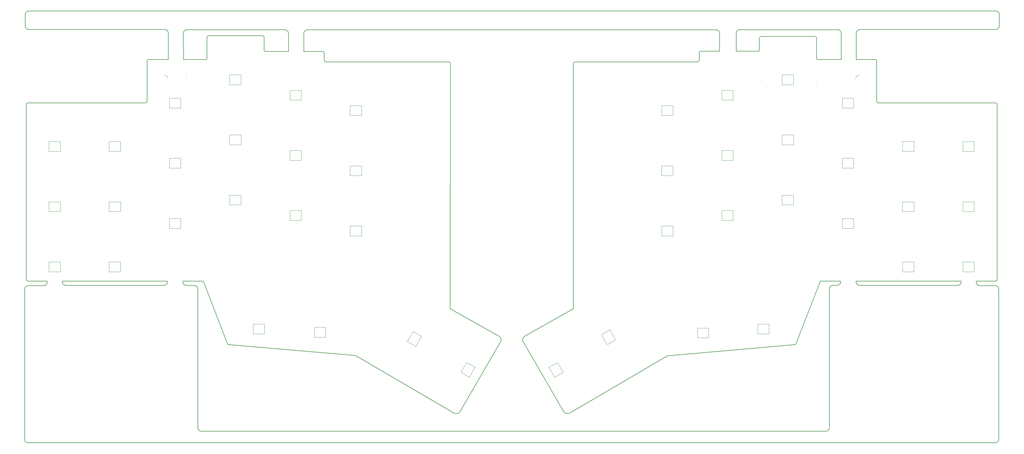
<source format=gm1>
G04 #@! TF.GenerationSoftware,KiCad,Pcbnew,(5.1.4-0-10_14)*
G04 #@! TF.CreationDate,2021-06-12T19:28:26+03:00*
G04 #@! TF.ProjectId,corne-cherry,636f726e-652d-4636-9865-7272792e6b69,3.0.1*
G04 #@! TF.SameCoordinates,Original*
G04 #@! TF.FileFunction,Profile,NP*
%FSLAX46Y46*%
G04 Gerber Fmt 4.6, Leading zero omitted, Abs format (unit mm)*
G04 Created by KiCad (PCBNEW (5.1.4-0-10_14)) date 2021-06-12 19:28:26*
%MOMM*%
%LPD*%
G04 APERTURE LIST*
%ADD10C,0.200000*%
%ADD11C,0.120000*%
G04 APERTURE END LIST*
D10*
X67043905Y-83166629D02*
X66927650Y-83080028D01*
X66927650Y-83080028D02*
X66778939Y-83028001D01*
X66778939Y-83028001D02*
X66690339Y-83020073D01*
X93897500Y-4800000D02*
X93902500Y-10530000D01*
X105188823Y-13280000D02*
X105218722Y-13450843D01*
X105218722Y-13450843D02*
X105289089Y-13580531D01*
X105289089Y-13580531D02*
X105389860Y-13680939D01*
X105389860Y-13680939D02*
X105520379Y-13751041D01*
X105520379Y-13751041D02*
X105688697Y-13780126D01*
X183704185Y-91780000D02*
X168357501Y-100530001D01*
X168357500Y-100530001D02*
G75*
G03X167857501Y-102029999I500000J-999999D01*
G01*
X182655417Y-124681084D02*
X182529477Y-124756716D01*
X182529477Y-124756716D02*
X182391414Y-124820605D01*
X182391414Y-124820605D02*
X182238687Y-124871193D01*
X182238687Y-124871193D02*
X182071847Y-124904931D01*
X182071847Y-124904931D02*
X181884793Y-124918041D01*
X181884793Y-124918041D02*
X181696832Y-124905724D01*
X181696832Y-124905724D02*
X181529099Y-124872703D01*
X181529099Y-124872703D02*
X181374682Y-124822565D01*
X181374682Y-124822565D02*
X181236310Y-124759589D01*
X181236310Y-124759589D02*
X181109237Y-124684193D01*
X181109237Y-124684193D02*
X180993574Y-124597802D01*
X180993574Y-124597802D02*
X180887822Y-124500006D01*
X180887822Y-124500006D02*
X180792698Y-124391573D01*
X180792698Y-124391573D02*
X180730396Y-124306226D01*
X180727300Y-124301612D02*
X167857501Y-102029999D01*
X213379500Y-106678000D02*
X182655417Y-124681084D01*
X160357500Y-100530001D02*
G75*
G02X160857499Y-102029999I-500000J-999999D01*
G01*
X144857500Y-91780000D02*
X160357499Y-100530001D01*
X261601095Y-83174629D02*
X253937500Y-102988000D01*
X115265500Y-106670000D02*
X115108185Y-106626571D01*
X115108185Y-106626571D02*
X114942674Y-106589456D01*
X114942674Y-106589456D02*
X114770355Y-106559848D01*
X114770355Y-106559848D02*
X114610944Y-106540460D01*
X74707500Y-102980000D02*
X74822597Y-103065852D01*
X74822597Y-103065852D02*
X74970966Y-103118139D01*
X74970966Y-103118139D02*
X75061065Y-103126298D01*
X105188823Y-13280000D02*
X105188823Y-11030000D01*
X144939288Y-14279873D02*
X144909512Y-14109629D01*
X144909512Y-14109629D02*
X144838473Y-13978866D01*
X144838473Y-13978866D02*
X144737705Y-13878776D01*
X144737705Y-13878776D02*
X144607303Y-13808927D01*
X144607303Y-13808927D02*
X144439405Y-13780000D01*
X144939288Y-14279873D02*
X144857500Y-91780000D01*
X55717500Y-83020309D02*
X22567500Y-83020309D01*
X11190372Y-27270174D02*
X11188596Y-82518930D01*
X48689119Y-26768525D02*
X11690499Y-26770301D01*
X85689263Y-5518292D02*
X68689060Y-5518292D01*
X86190406Y-10020126D02*
X86189642Y-6018671D01*
X104688444Y-10518729D02*
X98742500Y-10530000D01*
X115265500Y-106670000D02*
X146059583Y-124681084D01*
X49271118Y-13507634D02*
X49272130Y-26268651D01*
X67688559Y-13029873D02*
X60827500Y-13018729D01*
X68190456Y-6020194D02*
X68188680Y-12530000D01*
X144439405Y-13780000D02*
X105688697Y-13780126D01*
X11190372Y-82520200D02*
X11220358Y-82691029D01*
X11220358Y-82691029D02*
X11290790Y-82820683D01*
X11290790Y-82820683D02*
X11391009Y-82920590D01*
X11391009Y-82920590D02*
X11521083Y-82990687D01*
X11521083Y-82990687D02*
X11690494Y-83020073D01*
X11690494Y-83020073D02*
X11690499Y-83020073D01*
X11690499Y-26770301D02*
X11519649Y-26800200D01*
X11519649Y-26800200D02*
X11389810Y-26870679D01*
X11389810Y-26870679D02*
X11289552Y-26971337D01*
X11289552Y-26971337D02*
X11219579Y-27101494D01*
X11219579Y-27101494D02*
X11190372Y-27270169D01*
X11190372Y-27270169D02*
X11190372Y-27270174D01*
X48772008Y-26768525D02*
X48942852Y-26738617D01*
X48942852Y-26738617D02*
X49072690Y-26668136D01*
X49072690Y-26668136D02*
X49172947Y-26567479D01*
X49172947Y-26567479D02*
X49242885Y-26437409D01*
X49242885Y-26437409D02*
X49272130Y-26268651D01*
X49772003Y-13008777D02*
X49601221Y-13038743D01*
X49601221Y-13038743D02*
X49471448Y-13109245D01*
X49471448Y-13109245D02*
X49370740Y-13210574D01*
X49370740Y-13210574D02*
X49300801Y-13341467D01*
X49300801Y-13341467D02*
X49272130Y-13508651D01*
X67688559Y-13029873D02*
X67859403Y-12999965D01*
X67859403Y-12999965D02*
X67989240Y-12929484D01*
X67989240Y-12929484D02*
X68089497Y-12828827D01*
X68089497Y-12828827D02*
X68159435Y-12698757D01*
X68159435Y-12698757D02*
X68188680Y-12530000D01*
X68690330Y-5520068D02*
X68519493Y-5550054D01*
X68519493Y-5550054D02*
X68389690Y-5620598D01*
X68389690Y-5620598D02*
X68289485Y-5721306D01*
X68289485Y-5721306D02*
X68219448Y-5851859D01*
X68219448Y-5851859D02*
X68190456Y-6020189D01*
X86190406Y-6020194D02*
X86160695Y-5849883D01*
X86160695Y-5849883D02*
X86089680Y-5719055D01*
X86089680Y-5719055D02*
X85989363Y-5619247D01*
X85989363Y-5619247D02*
X85859292Y-5549305D01*
X85859292Y-5549305D02*
X85690533Y-5520068D01*
X85690533Y-19770068D02*
X85690533Y-19770068D01*
X86190406Y-10020126D02*
X86220305Y-10190969D01*
X86220305Y-10190969D02*
X86290672Y-10320657D01*
X86290672Y-10320657D02*
X86391443Y-10421065D01*
X86391443Y-10421065D02*
X86521962Y-10491167D01*
X86521962Y-10491167D02*
X86690280Y-10520252D01*
X105190351Y-11020126D02*
X105160572Y-10849882D01*
X105160572Y-10849882D02*
X105089535Y-10719121D01*
X105089535Y-10719121D02*
X104988771Y-10619032D01*
X104988771Y-10619032D02*
X104858372Y-10549181D01*
X104858372Y-10549181D02*
X104690478Y-10520252D01*
X147987700Y-124301612D02*
X160857499Y-102029999D01*
X146059583Y-124681084D02*
X146186001Y-124756974D01*
X146186001Y-124756974D02*
X146323578Y-124820605D01*
X146323578Y-124820605D02*
X146475791Y-124871055D01*
X146475791Y-124871055D02*
X146643927Y-124905039D01*
X146643927Y-124905039D02*
X146831764Y-124918044D01*
X146831764Y-124918044D02*
X147020736Y-124905376D01*
X147020736Y-124905376D02*
X147187905Y-124872176D01*
X147187905Y-124872176D02*
X147340309Y-124822565D01*
X147340309Y-124822565D02*
X147484248Y-124756660D01*
X147484248Y-124756660D02*
X147609483Y-124681691D01*
X147609483Y-124681691D02*
X147732865Y-124588170D01*
X147732865Y-124588170D02*
X147835829Y-124491032D01*
X147835829Y-124491032D02*
X147929274Y-124382656D01*
X147929274Y-124382656D02*
X147984604Y-124306226D01*
X75061065Y-103126298D02*
X114610944Y-106540460D01*
X67043905Y-83166629D02*
X74707500Y-102980000D01*
X86690528Y-10520252D02*
X93902500Y-10530000D01*
X49772003Y-13008777D02*
X55992500Y-13030000D01*
X11690499Y-83020073D02*
X17807500Y-83020309D01*
X66690339Y-83020073D02*
X60557500Y-83021073D01*
X261954661Y-83028073D02*
X268077500Y-83028073D01*
X316954501Y-83028073D02*
X310827500Y-83028073D01*
X278954616Y-13028252D02*
X273007500Y-13028252D01*
X241954472Y-10428252D02*
X235107500Y-10428252D01*
X253937500Y-102988000D02*
X253822394Y-103073852D01*
X253822394Y-103073852D02*
X253674213Y-103126105D01*
X253674213Y-103126105D02*
X253583935Y-103134298D01*
X253583935Y-103134298D02*
X214034056Y-106548460D01*
X197160396Y-114564226D02*
X197157300Y-114559612D01*
X223454649Y-13280126D02*
X223424721Y-13450774D01*
X223424721Y-13450774D02*
X223354110Y-13580757D01*
X223354110Y-13580757D02*
X223253104Y-13681189D01*
X223253104Y-13681189D02*
X223121769Y-13751383D01*
X223121769Y-13751383D02*
X222954527Y-13780000D01*
X223454649Y-10928126D02*
X223484614Y-10757344D01*
X223484614Y-10757344D02*
X223555116Y-10627571D01*
X223555116Y-10627571D02*
X223656445Y-10526863D01*
X223656445Y-10526863D02*
X223787338Y-10456924D01*
X223787338Y-10456924D02*
X223954522Y-10428252D01*
X241954720Y-22028252D02*
X241954472Y-22028252D01*
X242454346Y-9928126D02*
X242424439Y-10098969D01*
X242424439Y-10098969D02*
X242353958Y-10228807D01*
X242353958Y-10228807D02*
X242253302Y-10329065D01*
X242253302Y-10329065D02*
X242123231Y-10399005D01*
X242123231Y-10399005D02*
X241954472Y-10428252D01*
X242954467Y-19778068D02*
X242954467Y-19778068D01*
X242454594Y-6278194D02*
X242484493Y-6107344D01*
X242484493Y-6107344D02*
X242554972Y-5977505D01*
X242554972Y-5977505D02*
X242655630Y-5877247D01*
X242655630Y-5877247D02*
X242785789Y-5807274D01*
X242785789Y-5807274D02*
X242954467Y-5778068D01*
X260454544Y-20278189D02*
X260454544Y-20278194D01*
X259954670Y-5778068D02*
X260125499Y-5808054D01*
X260125499Y-5808054D02*
X260255153Y-5878485D01*
X260255153Y-5878485D02*
X260355060Y-5978704D01*
X260355060Y-5978704D02*
X260425157Y-6108779D01*
X260425157Y-6108779D02*
X260454544Y-6278189D01*
X260454544Y-21528379D02*
X260454544Y-21528126D01*
X260954665Y-13028252D02*
X260784352Y-12998539D01*
X260784352Y-12998539D02*
X260653526Y-12927524D01*
X260653526Y-12927524D02*
X260553383Y-12826754D01*
X260553383Y-12826754D02*
X260483491Y-12696326D01*
X260483491Y-12696326D02*
X260454544Y-12528379D01*
X278954616Y-13028252D02*
X279125389Y-13058218D01*
X279125389Y-13058218D02*
X279255013Y-13128607D01*
X279255013Y-13128607D02*
X279354916Y-13228772D01*
X279354916Y-13228772D02*
X279425424Y-13359862D01*
X279425424Y-13359862D02*
X279454489Y-13528126D01*
X279454489Y-26278427D02*
X279454489Y-26278179D01*
X279955881Y-26776525D02*
X279785568Y-26746812D01*
X279785568Y-26746812D02*
X279654742Y-26675797D01*
X279654742Y-26675797D02*
X279554599Y-26575027D01*
X279554599Y-26575027D02*
X279484707Y-26444599D01*
X279484707Y-26444599D02*
X279455759Y-26276651D01*
X317454628Y-27278169D02*
X317454628Y-27278174D01*
X316954501Y-26778301D02*
X317125344Y-26808200D01*
X317125344Y-26808200D02*
X317255032Y-26878566D01*
X317255032Y-26878566D02*
X317355440Y-26979337D01*
X317355440Y-26979337D02*
X317425543Y-27109854D01*
X317425543Y-27109854D02*
X317454628Y-27278169D01*
X316954506Y-83028073D02*
X316954501Y-83028073D01*
X317454628Y-82528200D02*
X317424700Y-82698849D01*
X317424700Y-82698849D02*
X317354088Y-82828833D01*
X317354088Y-82828833D02*
X317253082Y-82929264D01*
X317253082Y-82929264D02*
X317121746Y-82999458D01*
X317121746Y-82999458D02*
X316954506Y-83028073D01*
X261601095Y-83174629D02*
X261715496Y-83089029D01*
X261715496Y-83089029D02*
X261863416Y-83036484D01*
X261863416Y-83036484D02*
X261954661Y-83028073D01*
X184205595Y-13778224D02*
X222954527Y-13780000D01*
X260456320Y-6276671D02*
X260454544Y-12528379D01*
X260956699Y-13026729D02*
X268207500Y-13026729D01*
X279455501Y-13527109D02*
X279455759Y-26276651D01*
X223956556Y-10426729D02*
X229907500Y-10380000D01*
X242454346Y-9928126D02*
X242455358Y-6276671D01*
X242955737Y-5776292D02*
X259955940Y-5776292D01*
X279955881Y-26776525D02*
X316954501Y-26778301D01*
X317454628Y-27278174D02*
X317456404Y-82526930D01*
X272927500Y-83027309D02*
X306077500Y-83027309D01*
X183705712Y-14278097D02*
X183704185Y-91780000D01*
X183705712Y-14278097D02*
X183735674Y-14107315D01*
X183735674Y-14107315D02*
X183806178Y-13977540D01*
X183806178Y-13977540D02*
X183907511Y-13876831D01*
X183907511Y-13876831D02*
X184038409Y-13806894D01*
X184038409Y-13806894D02*
X184205595Y-13778224D01*
X223456177Y-13225707D02*
X223454649Y-10928126D01*
X213379500Y-106678000D02*
X213536810Y-106634571D01*
X213536810Y-106634571D02*
X213702322Y-106597456D01*
X213702322Y-106597456D02*
X213874639Y-106567848D01*
X213874639Y-106567848D02*
X214034056Y-106548460D01*
X22562500Y-83253000D02*
X22586000Y-83476000D01*
X22562500Y-83247000D02*
X22562500Y-83253000D01*
X22567500Y-83020309D02*
X22562500Y-83247000D01*
X17788600Y-83488000D02*
X17787700Y-83493000D01*
X17789600Y-83484000D02*
X17788600Y-83488000D01*
X17789600Y-83483000D02*
X17789600Y-83484000D01*
X17789600Y-83483000D02*
X17789600Y-83483000D01*
X17789600Y-83483000D02*
X17789600Y-83483000D01*
X17812300Y-83252000D02*
X17789600Y-83483000D01*
X17812300Y-83252000D02*
X17812300Y-83252000D01*
X17812500Y-83250000D02*
X17812300Y-83252000D01*
X17807500Y-83020309D02*
X17812500Y-83250000D01*
X10687500Y-85625000D02*
X10687500Y-133007000D01*
X317944500Y-85608000D02*
X317945500Y-132996000D01*
X65820700Y-130255000D02*
X66016600Y-130359000D01*
X229592500Y-3999000D02*
X229420500Y-3858700D01*
X229420500Y-3858700D02*
X229224500Y-3754500D01*
X317614500Y-133800000D02*
X317754500Y-133628000D01*
X312052500Y-84476000D02*
X311821500Y-84453000D01*
X60737500Y-4800000D02*
X60827500Y-13018729D01*
X60759400Y-4576600D02*
X60737500Y-4800000D01*
X60823600Y-4364100D02*
X60759400Y-4576600D01*
X60927800Y-4168200D02*
X60823600Y-4364100D01*
X61068000Y-3996200D02*
X60927800Y-4168200D01*
X61239100Y-3854700D02*
X61068000Y-3996200D01*
X61434300Y-3749100D02*
X61239100Y-3854700D01*
X61646300Y-3683500D02*
X61434300Y-3749100D01*
X61869400Y-3660000D02*
X61646300Y-3683500D01*
X61700200Y-17985000D02*
X61694400Y-17985000D01*
X92747600Y-3660000D02*
X61875200Y-3660000D01*
X92970900Y-3681900D02*
X92747600Y-3660000D01*
X93183400Y-3746100D02*
X92970900Y-3681900D01*
X93379300Y-3850300D02*
X93183400Y-3746100D01*
X93551300Y-3990600D02*
X93379300Y-3850300D01*
X93692800Y-4161600D02*
X93551300Y-3990600D01*
X93798400Y-4356800D02*
X93692800Y-4161600D01*
X93864000Y-4568800D02*
X93798400Y-4356800D01*
X93897500Y-4800000D02*
X93864000Y-4568800D01*
X235095500Y-4791000D02*
X235107500Y-10428252D01*
X235116500Y-4567600D02*
X235095500Y-4791000D01*
X235181500Y-4355100D02*
X235116500Y-4567600D01*
X235285500Y-4159200D02*
X235181500Y-4355100D01*
X235425500Y-3987200D02*
X235285500Y-4159200D01*
X235596500Y-3845700D02*
X235425500Y-3987200D01*
X235791500Y-3740100D02*
X235596500Y-3845700D01*
X236003500Y-3674500D02*
X235791500Y-3740100D01*
X236226500Y-3651000D02*
X236003500Y-3674500D01*
X236232500Y-3651000D02*
X236226500Y-3651000D01*
X267105500Y-3651000D02*
X236232500Y-3651000D01*
X267328500Y-3672900D02*
X267105500Y-3651000D01*
X267540500Y-3737100D02*
X267328500Y-3672900D01*
X267736500Y-3841300D02*
X267540500Y-3737100D01*
X267908500Y-3981600D02*
X267736500Y-3841300D01*
X268050500Y-4152600D02*
X267908500Y-3981600D01*
X268155500Y-4347800D02*
X268050500Y-4152600D01*
X268221500Y-4559800D02*
X268155500Y-4347800D01*
X268244500Y-4782900D02*
X268221500Y-4559800D01*
X268069500Y-19113700D02*
X268069500Y-19107900D01*
X268207500Y-13026729D02*
X268244500Y-4788700D01*
X55712500Y-83245000D02*
X55717500Y-83020309D01*
X55690600Y-83468000D02*
X55712500Y-83245000D01*
X55626400Y-83681000D02*
X55690600Y-83468000D01*
X55522200Y-83877000D02*
X55626400Y-83681000D01*
X55382000Y-84049000D02*
X55522200Y-83877000D01*
X55210900Y-84190000D02*
X55382000Y-84049000D01*
X55015700Y-84296000D02*
X55210900Y-84190000D01*
X54803700Y-84362000D02*
X55015700Y-84296000D01*
X54580600Y-84385000D02*
X54803700Y-84362000D01*
X54574800Y-84385000D02*
X54580600Y-84385000D01*
X23702400Y-84385000D02*
X54574800Y-84385000D01*
X23479100Y-84363000D02*
X23702400Y-84385000D01*
X23266600Y-84299000D02*
X23479100Y-84363000D01*
X23070700Y-84195000D02*
X23266600Y-84299000D01*
X22898600Y-84054000D02*
X23070700Y-84195000D01*
X22757200Y-83883000D02*
X22898600Y-84054000D01*
X22651600Y-83688000D02*
X22757200Y-83883000D01*
X22586000Y-83476000D02*
X22651600Y-83688000D01*
X306069500Y-83236000D02*
X306077500Y-83027309D01*
X306048500Y-83459000D02*
X306069500Y-83236000D01*
X305983500Y-83672000D02*
X306048500Y-83459000D01*
X305879500Y-83868000D02*
X305983500Y-83672000D01*
X305739500Y-84040000D02*
X305879500Y-83868000D01*
X305568500Y-84181000D02*
X305739500Y-84040000D01*
X305373500Y-84287000D02*
X305568500Y-84181000D01*
X305161500Y-84353000D02*
X305373500Y-84287000D01*
X304938500Y-84376000D02*
X305161500Y-84353000D01*
X304932500Y-84376000D02*
X304938500Y-84376000D01*
X274059500Y-84376000D02*
X304932500Y-84376000D01*
X273836500Y-84354000D02*
X274059500Y-84376000D01*
X273624500Y-84290000D02*
X273836500Y-84354000D01*
X273428500Y-84186000D02*
X273624500Y-84290000D01*
X273256500Y-84045000D02*
X273428500Y-84186000D01*
X273114500Y-83874000D02*
X273256500Y-84045000D01*
X273009500Y-83679000D02*
X273114500Y-83874000D01*
X272943500Y-83467000D02*
X273009500Y-83679000D01*
X272920500Y-83244000D02*
X272943500Y-83467000D01*
X272920500Y-83238000D02*
X272920500Y-83244000D01*
X272927500Y-83027309D02*
X272920500Y-83238000D01*
X98737500Y-4800000D02*
X98742500Y-10530000D01*
X98759500Y-4576600D02*
X98737500Y-4800000D01*
X98823500Y-4364100D02*
X98759500Y-4576600D01*
X98927500Y-4168200D02*
X98823500Y-4364100D01*
X99068500Y-3996200D02*
X98927500Y-4168200D01*
X99239500Y-3854700D02*
X99068500Y-3996200D01*
X99434500Y-3749100D02*
X99239500Y-3854700D01*
X99646500Y-3683500D02*
X99434500Y-3749100D01*
X99869500Y-3660000D02*
X99646500Y-3683500D01*
X228789500Y-3668400D02*
X99875500Y-3660000D01*
X229012500Y-3690300D02*
X228789500Y-3668400D01*
X229224500Y-3754500D02*
X229012500Y-3690300D01*
X229734500Y-4170000D02*
X229592500Y-3999000D01*
X229839500Y-4365200D02*
X229734500Y-4170000D01*
X229905500Y-4577200D02*
X229839500Y-4365200D01*
X229928500Y-4800300D02*
X229905500Y-4577200D01*
X230069500Y-19113700D02*
X230069500Y-19107900D01*
X229907500Y-10380000D02*
X229899500Y-4788700D01*
X268070500Y-83236000D02*
X268077500Y-83028073D01*
X268048500Y-83459000D02*
X268070500Y-83236000D01*
X267983500Y-83672000D02*
X268048500Y-83459000D01*
X267879500Y-83868000D02*
X267983500Y-83672000D01*
X267739500Y-84040000D02*
X267879500Y-83868000D01*
X267568500Y-84181000D02*
X267739500Y-84040000D01*
X267373500Y-84287000D02*
X267568500Y-84181000D01*
X267161500Y-84353000D02*
X267373500Y-84287000D01*
X266938500Y-84376000D02*
X267161500Y-84353000D01*
X266932500Y-84376000D02*
X266938500Y-84376000D01*
X265742500Y-84376000D02*
X266932500Y-84376000D01*
X265742500Y-84376000D02*
X265742500Y-84376000D01*
X265736500Y-84376000D02*
X265742500Y-84376000D01*
X265734500Y-84376000D02*
X265736500Y-84376000D01*
X265732500Y-84376000D02*
X265734500Y-84376000D01*
X265731500Y-84376000D02*
X265732500Y-84376000D01*
X265500500Y-84401000D02*
X265731500Y-84376000D01*
X265496500Y-84401000D02*
X265500500Y-84401000D01*
X265492500Y-84402000D02*
X265496500Y-84401000D01*
X265491500Y-84403000D02*
X265492500Y-84402000D01*
X265491500Y-84403000D02*
X265491500Y-84403000D01*
X265270500Y-84471000D02*
X265491500Y-84403000D01*
X265265500Y-84473000D02*
X265270500Y-84471000D01*
X265261500Y-84474000D02*
X265265500Y-84473000D01*
X265261500Y-84475000D02*
X265261500Y-84474000D01*
X265261500Y-84475000D02*
X265261500Y-84475000D01*
X265261500Y-84475000D02*
X265261500Y-84475000D01*
X265057500Y-84585000D02*
X265261500Y-84475000D01*
X265053500Y-84588000D02*
X265057500Y-84585000D01*
X265049500Y-84590000D02*
X265053500Y-84588000D01*
X265049500Y-84591000D02*
X265049500Y-84590000D01*
X264870500Y-84738000D02*
X265049500Y-84591000D01*
X264867500Y-84741000D02*
X264870500Y-84738000D01*
X264864500Y-84745000D02*
X264867500Y-84741000D01*
X264863500Y-84745000D02*
X264864500Y-84745000D01*
X264717500Y-84925000D02*
X264863500Y-84745000D01*
X264714500Y-84929000D02*
X264717500Y-84925000D01*
X264712500Y-84932000D02*
X264714500Y-84929000D01*
X264711500Y-84933000D02*
X264712500Y-84932000D01*
X264711500Y-84933000D02*
X264711500Y-84933000D01*
X264711500Y-84933000D02*
X264711500Y-84933000D01*
X264602500Y-85138000D02*
X264711500Y-84933000D01*
X264601500Y-85142000D02*
X264602500Y-85138000D01*
X264599500Y-85146000D02*
X264601500Y-85142000D01*
X264599500Y-85147000D02*
X264599500Y-85146000D01*
X264532500Y-85368000D02*
X264599500Y-85147000D01*
X264531500Y-85373000D02*
X264532500Y-85368000D01*
X264530500Y-85377000D02*
X264531500Y-85373000D01*
X264530500Y-85378000D02*
X264530500Y-85377000D01*
X264530500Y-85378000D02*
X264530500Y-85378000D01*
X264530500Y-85378000D02*
X264530500Y-85378000D01*
X264507500Y-85609000D02*
X264530500Y-85378000D01*
X264507500Y-85609000D02*
X264507500Y-85609000D01*
X264507500Y-85611000D02*
X264507500Y-85609000D01*
X264507500Y-129296000D02*
X264507500Y-85611000D01*
X264485500Y-129519000D02*
X264507500Y-129296000D01*
X264421500Y-129732000D02*
X264485500Y-129519000D01*
X264317500Y-129928000D02*
X264421500Y-129732000D01*
X264176500Y-130100000D02*
X264317500Y-129928000D01*
X264005500Y-130241000D02*
X264176500Y-130100000D01*
X263810500Y-130347000D02*
X264005500Y-130241000D01*
X263598500Y-130413000D02*
X263810500Y-130347000D01*
X263375500Y-130436000D02*
X263598500Y-130413000D01*
X263369500Y-130436000D02*
X263375500Y-130436000D01*
X66454500Y-130444000D02*
X263369500Y-130436000D01*
X66229100Y-130423000D02*
X66452400Y-130445000D01*
X66016600Y-130359000D02*
X66229100Y-130423000D01*
X65648600Y-130114000D02*
X65820700Y-130255000D01*
X65507200Y-129943000D02*
X65648600Y-130114000D01*
X65401600Y-129748000D02*
X65507200Y-129943000D01*
X65336000Y-129536000D02*
X65401600Y-129748000D01*
X65312500Y-129313000D02*
X65336000Y-129536000D01*
X65312500Y-129307000D02*
X65312500Y-129313000D01*
X65312500Y-85620000D02*
X65312500Y-129307000D01*
X65312500Y-85620000D02*
X65312500Y-85620000D01*
X65312500Y-85614000D02*
X65312500Y-85620000D01*
X65312200Y-85612000D02*
X65312500Y-85614000D01*
X65312300Y-85610000D02*
X65312200Y-85612000D01*
X65312200Y-85609000D02*
X65312300Y-85610000D01*
X65288000Y-85379000D02*
X65312200Y-85609000D01*
X65287100Y-85374000D02*
X65288000Y-85379000D01*
X65286200Y-85370000D02*
X65287100Y-85374000D01*
X65286000Y-85369000D02*
X65286200Y-85370000D01*
X65217500Y-85148000D02*
X65286000Y-85369000D01*
X65215700Y-85143000D02*
X65217500Y-85148000D01*
X65214000Y-85139000D02*
X65215700Y-85143000D01*
X65213700Y-85139000D02*
X65214000Y-85139000D01*
X65213700Y-85139000D02*
X65213700Y-85139000D01*
X65213700Y-85139000D02*
X65213700Y-85139000D01*
X65103500Y-84935000D02*
X65213700Y-85139000D01*
X65100900Y-84931000D02*
X65103500Y-84935000D01*
X65098400Y-84927000D02*
X65100900Y-84931000D01*
X65098000Y-84927000D02*
X65098400Y-84927000D01*
X64950300Y-84748000D02*
X65098000Y-84927000D01*
X64947000Y-84745000D02*
X64950300Y-84748000D01*
X64943900Y-84742000D02*
X64947000Y-84745000D01*
X64943400Y-84741000D02*
X64943900Y-84742000D01*
X64763800Y-84595000D02*
X64943400Y-84741000D01*
X64759999Y-84592000D02*
X64763800Y-84595000D01*
X64756199Y-84590000D02*
X64759999Y-84592000D01*
X64755600Y-84589000D02*
X64756199Y-84590000D01*
X64755600Y-84589000D02*
X64755600Y-84589000D01*
X64755600Y-84589000D02*
X64755600Y-84589000D01*
X64551000Y-84480000D02*
X64755600Y-84589000D01*
X64546800Y-84479000D02*
X64551000Y-84480000D01*
X64542599Y-84477000D02*
X64546800Y-84479000D01*
X64542000Y-84477000D02*
X64542599Y-84477000D01*
X64320100Y-84410000D02*
X64542000Y-84477000D01*
X64315600Y-84409000D02*
X64320100Y-84410000D01*
X64311200Y-84408000D02*
X64315600Y-84409000D01*
X64310500Y-84408000D02*
X64311200Y-84408000D01*
X64310500Y-84408000D02*
X64310500Y-84408000D01*
X64310500Y-84408000D02*
X64310500Y-84408000D01*
X64079900Y-84385000D02*
X64310500Y-84408000D01*
X64079900Y-84385000D02*
X64079900Y-84385000D01*
X64077400Y-84385000D02*
X64079900Y-84385000D01*
X61702400Y-84385000D02*
X64077400Y-84385000D01*
X61479100Y-84363000D02*
X61702400Y-84385000D01*
X61266600Y-84299000D02*
X61479100Y-84363000D01*
X61070700Y-84195000D02*
X61266600Y-84299000D01*
X60898600Y-84054000D02*
X61070700Y-84195000D01*
X60757200Y-83883000D02*
X60898600Y-84054000D01*
X60651600Y-83688000D02*
X60757200Y-83883000D01*
X60586000Y-83476000D02*
X60651600Y-83688000D01*
X60562500Y-83253000D02*
X60586000Y-83476000D01*
X60562500Y-83247000D02*
X60562500Y-83253000D01*
X60557500Y-83021073D02*
X60562500Y-83247000D01*
X55987500Y-4795100D02*
X55992500Y-13030000D01*
X55812500Y-19120000D02*
X55812500Y-19120100D01*
X55812500Y-19114100D02*
X55812500Y-19120000D01*
X55812200Y-19111900D02*
X55812500Y-19114100D01*
X55812300Y-19109700D02*
X55812200Y-19111900D01*
X55812200Y-19109000D02*
X55812300Y-19109700D01*
X55963000Y-4553500D02*
X55987200Y-4784000D01*
X55787100Y-18874100D02*
X55788000Y-18878500D01*
X55786200Y-18869600D02*
X55787100Y-18874100D01*
X55786000Y-18869000D02*
X55786200Y-18869600D01*
X55892500Y-4322600D02*
X55961000Y-4544000D01*
X55715700Y-18643400D02*
X55717500Y-18647600D01*
X55714000Y-18639200D02*
X55715700Y-18643400D01*
X55713700Y-18638600D02*
X55714000Y-18639200D01*
X55713700Y-18638600D02*
X55713700Y-18638600D01*
X55713700Y-18638600D02*
X55713700Y-18638600D01*
X55778500Y-4109700D02*
X55888700Y-4313600D01*
X55600900Y-18430900D02*
X55603500Y-18434700D01*
X55598400Y-18427100D02*
X55600900Y-18430900D01*
X55598000Y-18426600D02*
X55598400Y-18427100D01*
X55625300Y-3923000D02*
X55773000Y-4101600D01*
X55447000Y-18244800D02*
X55450300Y-18248000D01*
X55443900Y-18241600D02*
X55447000Y-18244800D01*
X55443400Y-18241200D02*
X55443900Y-18241600D01*
X55438800Y-3769700D02*
X55618400Y-3916200D01*
X55260000Y-18092200D02*
X55263800Y-18094700D01*
X55256200Y-18089600D02*
X55260000Y-18092200D01*
X55255600Y-18089300D02*
X55256200Y-18089600D01*
X55255600Y-18089300D02*
X55255600Y-18089300D01*
X55255600Y-18089300D02*
X55255600Y-18089300D01*
X55226000Y-3655500D02*
X55430600Y-3764300D01*
X55046800Y-17978700D02*
X55051000Y-17980500D01*
X55042600Y-17977000D02*
X55046800Y-17978700D01*
X55042000Y-17976800D02*
X55042600Y-17977000D01*
X54995100Y-3584800D02*
X55217000Y-3651800D01*
X54815600Y-17908900D02*
X54820100Y-17909800D01*
X54811200Y-17907900D02*
X54815600Y-17908900D01*
X54810500Y-17907900D02*
X54811200Y-17907900D01*
X54810500Y-17907900D02*
X54810500Y-17907900D01*
X54810500Y-17907900D02*
X54810500Y-17907900D01*
X54754900Y-3560300D02*
X54985500Y-3582900D01*
X54579900Y-17885300D02*
X54579900Y-17885300D01*
X54577400Y-17885000D02*
X54579900Y-17885300D01*
X12002400Y-3560000D02*
X54752400Y-3560000D01*
X11779100Y-3538100D02*
X12002400Y-3560000D01*
X11566600Y-3474000D02*
X11779100Y-3538100D01*
X11370700Y-3369800D02*
X11566600Y-3474000D01*
X11198600Y-3229500D02*
X11370700Y-3369800D01*
X11057200Y-3058500D02*
X11198600Y-3229500D01*
X10951600Y-2863200D02*
X11057200Y-3058500D01*
X10886000Y-2651200D02*
X10951600Y-2863200D01*
X10862500Y-2428100D02*
X10886000Y-2651200D01*
X10862500Y-2422300D02*
X10862500Y-2428100D01*
X10862500Y1137500D02*
X10862500Y-2422300D01*
X10884400Y1360900D02*
X10862500Y1137500D01*
X10948600Y1573400D02*
X10884400Y1360900D01*
X11052800Y1769300D02*
X10948600Y1573400D01*
X11193000Y1941300D02*
X11052800Y1769300D01*
X11364100Y2082800D02*
X11193000Y1941300D01*
X11559300Y2188400D02*
X11364100Y2082800D01*
X11771300Y2254000D02*
X11559300Y2188400D01*
X11994400Y2277500D02*
X11771300Y2254000D01*
X12000200Y2277500D02*
X11994400Y2277500D01*
X316980500Y2286500D02*
X12000200Y2277500D01*
X317203500Y2264600D02*
X316980500Y2286500D01*
X317415500Y2200400D02*
X317203500Y2264600D01*
X317611500Y2096200D02*
X317415500Y2200400D01*
X317783500Y1955900D02*
X317611500Y2096200D01*
X317925500Y1784900D02*
X317783500Y1955900D01*
X318030500Y1589700D02*
X317925500Y1784900D01*
X318096500Y1377700D02*
X318030500Y1589700D01*
X318119500Y1154600D02*
X318096500Y1377700D01*
X318119500Y1148800D02*
X318119500Y1154600D01*
X318120500Y-2411100D02*
X318119500Y1148800D01*
X318098500Y-2634400D02*
X318120500Y-2411100D01*
X318033500Y-2846900D02*
X318098500Y-2634400D01*
X317929500Y-3042900D02*
X318033500Y-2846900D01*
X317789500Y-3214900D02*
X317929500Y-3042900D01*
X317618500Y-3356400D02*
X317789500Y-3214900D01*
X317423500Y-3461900D02*
X317618500Y-3356400D01*
X317211500Y-3527600D02*
X317423500Y-3461900D01*
X316988500Y-3551000D02*
X317211500Y-3527600D01*
X316982500Y-3551000D02*
X316988500Y-3551000D01*
X274230500Y-3551000D02*
X316982500Y-3551000D01*
X274054500Y-17876000D02*
X274055500Y-17876000D01*
X274049500Y-17876000D02*
X274054500Y-17876000D01*
X274046500Y-17876300D02*
X274049500Y-17876000D01*
X274044500Y-17876300D02*
X274046500Y-17876300D01*
X274043500Y-17876300D02*
X274044500Y-17876300D01*
X273988500Y-3575500D02*
X274218500Y-3551300D01*
X273809500Y-17901500D02*
X273813500Y-17900500D01*
X273804500Y-17902300D02*
X273809500Y-17901500D01*
X273803500Y-17902500D02*
X273804500Y-17902300D01*
X273803500Y-17902500D02*
X273803500Y-17902500D01*
X273757500Y-3646000D02*
X273978500Y-3577500D01*
X273578500Y-17972800D02*
X273582500Y-17971000D01*
X273574500Y-17974500D02*
X273578500Y-17972800D01*
X273573500Y-17974800D02*
X273574500Y-17974500D01*
X273573500Y-17974800D02*
X273573500Y-17974800D01*
X273573500Y-17974800D02*
X273573500Y-17974800D01*
X273544500Y-3760100D02*
X273748500Y-3649800D01*
X273365500Y-18087600D02*
X273369500Y-18085100D01*
X273362500Y-18090100D02*
X273365500Y-18087600D01*
X273361500Y-18090500D02*
X273362500Y-18090100D01*
X273358500Y-3913200D02*
X273536500Y-3765500D01*
X273179500Y-18241500D02*
X273183500Y-18238200D01*
X273176500Y-18244600D02*
X273179500Y-18241500D01*
X273176500Y-18245200D02*
X273176500Y-18244600D01*
X273204500Y-4099800D02*
X273351500Y-3920200D01*
X273027500Y-18428500D02*
X273029500Y-18424800D01*
X273024500Y-18432300D02*
X273027500Y-18428500D01*
X273024500Y-18432900D02*
X273024500Y-18432300D01*
X273024500Y-18432900D02*
X273024500Y-18432900D01*
X273024500Y-18432900D02*
X273024500Y-18432900D01*
X273090500Y-4312500D02*
X273199500Y-4107900D01*
X272913500Y-18641700D02*
X272915500Y-18637500D01*
X272911500Y-18645900D02*
X272913500Y-18641700D01*
X272911500Y-18646500D02*
X272911500Y-18645900D01*
X273019500Y-4543400D02*
X273086500Y-4321500D01*
X272843500Y-18872900D02*
X272844500Y-18868400D01*
X272842500Y-18877300D02*
X272843500Y-18872900D01*
X272842500Y-18878000D02*
X272842500Y-18877300D01*
X272842500Y-18878000D02*
X272842500Y-18878000D01*
X272842500Y-18878000D02*
X272842500Y-18878000D01*
X272995500Y-4783600D02*
X273017500Y-4553000D01*
X272819500Y-19111100D02*
X272820500Y-19108600D01*
X273007500Y-13028252D02*
X272994500Y-4786100D01*
X310819500Y-83241000D02*
X310827500Y-83028073D01*
X310820500Y-83241000D02*
X310819500Y-83241000D01*
X310820500Y-83247000D02*
X310820500Y-83241000D01*
X310820500Y-83249000D02*
X310820500Y-83247000D01*
X310820500Y-83251000D02*
X310820500Y-83249000D01*
X310820500Y-83252000D02*
X310820500Y-83251000D01*
X310844500Y-83483000D02*
X310820500Y-83252000D01*
X310845500Y-83487000D02*
X310844500Y-83483000D01*
X310846500Y-83491000D02*
X310845500Y-83487000D01*
X310846500Y-83492000D02*
X310846500Y-83491000D01*
X310915500Y-83713000D02*
X310846500Y-83492000D01*
X310916500Y-83718000D02*
X310915500Y-83713000D01*
X310918500Y-83722000D02*
X310916500Y-83718000D01*
X310918500Y-83722000D02*
X310918500Y-83722000D01*
X310918500Y-83722000D02*
X310918500Y-83722000D01*
X310918500Y-83722000D02*
X310918500Y-83722000D01*
X311029500Y-83926000D02*
X310918500Y-83722000D01*
X311031500Y-83930000D02*
X311029500Y-83926000D01*
X311034500Y-83934000D02*
X311031500Y-83930000D01*
X311034500Y-83934000D02*
X311034500Y-83934000D01*
X311182500Y-84113000D02*
X311034500Y-83934000D01*
X311185500Y-84116000D02*
X311182500Y-84113000D01*
X311188500Y-84119000D02*
X311185500Y-84116000D01*
X311189500Y-84120000D02*
X311188500Y-84119000D01*
X311189500Y-84120000D02*
X311189500Y-84120000D01*
X311189500Y-84120000D02*
X311189500Y-84120000D01*
X311368500Y-84266000D02*
X311189500Y-84120000D01*
X311372500Y-84269000D02*
X311368500Y-84266000D01*
X311376500Y-84271000D02*
X311372500Y-84269000D01*
X311376500Y-84272000D02*
X311376500Y-84271000D01*
X311376500Y-84272000D02*
X311376500Y-84272000D01*
X311581500Y-84381000D02*
X311376500Y-84272000D01*
X311585500Y-84382000D02*
X311581500Y-84381000D01*
X311589500Y-84384000D02*
X311585500Y-84382000D01*
X311590500Y-84384000D02*
X311589500Y-84384000D01*
X311812500Y-84451000D02*
X311590500Y-84384000D01*
X311816500Y-84452000D02*
X311812500Y-84451000D01*
X311821500Y-84453000D02*
X311816500Y-84452000D01*
X311821500Y-84453000D02*
X311821500Y-84453000D01*
X311821500Y-84453000D02*
X311821500Y-84453000D01*
X311821500Y-84453000D02*
X311821500Y-84453000D01*
X312052500Y-84476000D02*
X312052500Y-84476000D01*
X312055500Y-84476000D02*
X312052500Y-84476000D01*
X316805500Y-84476000D02*
X312055500Y-84476000D01*
X317028500Y-84498000D02*
X316805500Y-84476000D01*
X317240500Y-84562000D02*
X317028500Y-84498000D01*
X317436500Y-84666000D02*
X317240500Y-84562000D01*
X317608500Y-84807000D02*
X317436500Y-84666000D01*
X317750500Y-84978000D02*
X317608500Y-84807000D01*
X317855500Y-85173000D02*
X317750500Y-84978000D01*
X317921500Y-85385000D02*
X317855500Y-85173000D01*
X317944500Y-85608000D02*
X317921500Y-85385000D01*
X317923500Y-133219000D02*
X317945500Y-132996000D01*
X317858500Y-133432000D02*
X317923500Y-133219000D01*
X317754500Y-133628000D02*
X317858500Y-133432000D01*
X317443500Y-133941000D02*
X317614500Y-133800000D01*
X317248500Y-134047000D02*
X317443500Y-133941000D01*
X317036500Y-134113000D02*
X317248500Y-134047000D01*
X316813500Y-134136000D02*
X317036500Y-134113000D01*
X316807500Y-134136000D02*
X316813500Y-134136000D01*
X11827400Y-134145000D02*
X316807500Y-134136000D01*
X11604100Y-134123000D02*
X11827400Y-134145000D01*
X11391600Y-134059000D02*
X11604100Y-134123000D01*
X11195700Y-133955000D02*
X11391600Y-134059000D01*
X11023600Y-133814000D02*
X11195700Y-133955000D01*
X10882200Y-133643000D02*
X11023600Y-133814000D01*
X10776600Y-133448000D02*
X10882200Y-133643000D01*
X10711000Y-133236000D02*
X10776600Y-133448000D01*
X10687500Y-133013000D02*
X10711000Y-133236000D01*
X10687500Y-133007000D02*
X10687500Y-133013000D01*
X10709400Y-85402000D02*
X10687500Y-85625000D01*
X10773600Y-85189000D02*
X10709400Y-85402000D01*
X10877800Y-84993000D02*
X10773600Y-85189000D01*
X11018000Y-84821000D02*
X10877800Y-84993000D01*
X11189100Y-84680000D02*
X11018000Y-84821000D01*
X11384300Y-84574000D02*
X11189100Y-84680000D01*
X11596300Y-84508000D02*
X11384300Y-84574000D01*
X11819400Y-84485000D02*
X11596300Y-84508000D01*
X11825200Y-84485000D02*
X11819400Y-84485000D01*
X16577400Y-84485000D02*
X11825200Y-84485000D01*
X16577500Y-84485000D02*
X16577400Y-84485000D01*
X16583500Y-84485000D02*
X16577500Y-84485000D01*
X16585600Y-84485000D02*
X16583500Y-84485000D01*
X16587800Y-84485000D02*
X16585600Y-84485000D01*
X16588500Y-84485000D02*
X16587800Y-84485000D01*
X16819000Y-84460000D02*
X16588500Y-84485000D01*
X16823500Y-84460000D02*
X16819000Y-84460000D01*
X16827900Y-84459000D02*
X16823500Y-84460000D01*
X16828600Y-84459000D02*
X16827900Y-84459000D01*
X17050000Y-84390000D02*
X16828600Y-84459000D01*
X17054200Y-84388000D02*
X17050000Y-84390000D01*
X17058300Y-84387000D02*
X17054200Y-84388000D01*
X17059000Y-84386000D02*
X17058300Y-84387000D01*
X17059000Y-84386000D02*
X17059000Y-84386000D01*
X17059000Y-84386000D02*
X17059000Y-84386000D01*
X17262800Y-84276000D02*
X17059000Y-84386000D01*
X17266600Y-84273000D02*
X17262800Y-84276000D01*
X17270400Y-84271000D02*
X17266600Y-84273000D01*
X17270900Y-84271000D02*
X17270400Y-84271000D01*
X17449500Y-84123000D02*
X17270900Y-84271000D01*
X17452700Y-84120000D02*
X17449500Y-84123000D01*
X17455900Y-84116000D02*
X17452700Y-84120000D01*
X17456400Y-84116000D02*
X17455900Y-84116000D01*
X17456400Y-84116000D02*
X17456400Y-84116000D01*
X17456400Y-84116000D02*
X17456400Y-84116000D01*
X17602800Y-83936000D02*
X17456400Y-84116000D01*
X17605400Y-83932000D02*
X17602800Y-83936000D01*
X17607900Y-83929000D02*
X17605400Y-83932000D01*
X17608200Y-83928000D02*
X17607900Y-83929000D01*
X17717000Y-83724000D02*
X17608200Y-83928000D01*
X17718800Y-83719000D02*
X17717000Y-83724000D01*
X17720600Y-83715000D02*
X17718800Y-83719000D01*
X17720800Y-83714000D02*
X17720600Y-83715000D01*
X17787700Y-83493000D02*
X17720800Y-83714000D01*
D11*
X245507500Y-99730000D02*
X241907500Y-99730000D01*
X245507500Y-96630000D02*
X245507500Y-99730000D01*
X241907500Y-96630000D02*
X245507500Y-96630000D01*
X241907500Y-99730000D02*
X241907500Y-96630000D01*
X86307500Y-99730000D02*
X82707500Y-99730000D01*
X86307500Y-96630000D02*
X86307500Y-99730000D01*
X82707500Y-96630000D02*
X86307500Y-96630000D01*
X82707500Y-99730000D02*
X82707500Y-96630000D01*
X135849839Y-100496154D02*
X134049839Y-103613846D01*
X133165161Y-98946154D02*
X135849839Y-100496154D01*
X131365161Y-102063846D02*
X133165161Y-98946154D01*
X134049839Y-103613846D02*
X131365161Y-102063846D01*
X21907500Y-42080000D02*
X18307500Y-42080000D01*
X21907500Y-38980000D02*
X21907500Y-42080000D01*
X18307500Y-38980000D02*
X21907500Y-38980000D01*
X18307500Y-42080000D02*
X18307500Y-38980000D01*
X40907500Y-42080000D02*
X37307500Y-42080000D01*
X40907500Y-38980000D02*
X40907500Y-42080000D01*
X37307500Y-38980000D02*
X40907500Y-38980000D01*
X37307500Y-42080000D02*
X37307500Y-38980000D01*
X59907500Y-28330000D02*
X56307500Y-28330000D01*
X59907500Y-25230000D02*
X59907500Y-28330000D01*
X56307500Y-25230000D02*
X59907500Y-25230000D01*
X56307500Y-28330000D02*
X56307500Y-25230000D01*
X78907500Y-20955000D02*
X75307500Y-20955000D01*
X78907500Y-17855000D02*
X78907500Y-20955000D01*
X75307500Y-17855000D02*
X78907500Y-17855000D01*
X75307500Y-20955000D02*
X75307500Y-17855000D01*
X97907500Y-25830000D02*
X94307500Y-25830000D01*
X97907500Y-22730000D02*
X97907500Y-25830000D01*
X94307500Y-22730000D02*
X97907500Y-22730000D01*
X94307500Y-25830000D02*
X94307500Y-22730000D01*
X116907500Y-30705000D02*
X113307500Y-30705000D01*
X116907500Y-27605000D02*
X116907500Y-30705000D01*
X113307500Y-27605000D02*
X116907500Y-27605000D01*
X113307500Y-30705000D02*
X113307500Y-27605000D01*
X21907500Y-61080000D02*
X18307500Y-61080000D01*
X21907500Y-57980000D02*
X21907500Y-61080000D01*
X18307500Y-57980000D02*
X21907500Y-57980000D01*
X18307500Y-61080000D02*
X18307500Y-57980000D01*
X40907500Y-61080000D02*
X37307500Y-61080000D01*
X40907500Y-57980000D02*
X40907500Y-61080000D01*
X37307500Y-57980000D02*
X40907500Y-57980000D01*
X37307500Y-61080000D02*
X37307500Y-57980000D01*
X59907500Y-47330000D02*
X56307500Y-47330000D01*
X59907500Y-44230000D02*
X59907500Y-47330000D01*
X56307500Y-44230000D02*
X59907500Y-44230000D01*
X56307500Y-47330000D02*
X56307500Y-44230000D01*
X78907500Y-39955000D02*
X75307500Y-39955000D01*
X78907500Y-36855000D02*
X78907500Y-39955000D01*
X75307500Y-36855000D02*
X78907500Y-36855000D01*
X75307500Y-39955000D02*
X75307500Y-36855000D01*
X97907500Y-44830000D02*
X94307500Y-44830000D01*
X97907500Y-41730000D02*
X97907500Y-44830000D01*
X94307500Y-41730000D02*
X97907500Y-41730000D01*
X94307500Y-44830000D02*
X94307500Y-41730000D01*
X116907500Y-49705000D02*
X113307500Y-49705000D01*
X116907500Y-46605000D02*
X116907500Y-49705000D01*
X113307500Y-46605000D02*
X116907500Y-46605000D01*
X113307500Y-49705000D02*
X113307500Y-46605000D01*
X21907500Y-80080000D02*
X18307500Y-80080000D01*
X21907500Y-76980000D02*
X21907500Y-80080000D01*
X18307500Y-76980000D02*
X21907500Y-76980000D01*
X18307500Y-80080000D02*
X18307500Y-76980000D01*
X40907500Y-80080000D02*
X37307500Y-80080000D01*
X40907500Y-76980000D02*
X40907500Y-80080000D01*
X37307500Y-76980000D02*
X40907500Y-76980000D01*
X37307500Y-80080000D02*
X37307500Y-76980000D01*
X59907500Y-66330000D02*
X56307500Y-66330000D01*
X59907500Y-63230000D02*
X59907500Y-66330000D01*
X56307500Y-63230000D02*
X59907500Y-63230000D01*
X56307500Y-66330000D02*
X56307500Y-63230000D01*
X78907500Y-58955000D02*
X75307500Y-58955000D01*
X78907500Y-55855000D02*
X78907500Y-58955000D01*
X75307500Y-55855000D02*
X78907500Y-55855000D01*
X75307500Y-58955000D02*
X75307500Y-55855000D01*
X116907500Y-68705000D02*
X113307500Y-68705000D01*
X116907500Y-65605000D02*
X116907500Y-68705000D01*
X113307500Y-65605000D02*
X116907500Y-65605000D01*
X113307500Y-68705000D02*
X113307500Y-65605000D01*
X105607500Y-100755000D02*
X102007500Y-100755000D01*
X105607500Y-97655000D02*
X105607500Y-100755000D01*
X102007500Y-97655000D02*
X105607500Y-97655000D01*
X102007500Y-100755000D02*
X102007500Y-97655000D01*
X152713460Y-110246154D02*
X150913460Y-113363846D01*
X150028782Y-108696154D02*
X152713460Y-110246154D01*
X148228782Y-111813846D02*
X150028782Y-108696154D01*
X150913460Y-113363846D02*
X148228782Y-111813846D01*
X253157500Y-39955000D02*
X249557500Y-39955000D01*
X253157500Y-36855000D02*
X253157500Y-39955000D01*
X249557500Y-36855000D02*
X253157500Y-36855000D01*
X249557500Y-39955000D02*
X249557500Y-36855000D01*
X234157500Y-44830000D02*
X230557500Y-44830000D01*
X234157500Y-41730000D02*
X234157500Y-44830000D01*
X230557500Y-41730000D02*
X234157500Y-41730000D01*
X230557500Y-44830000D02*
X230557500Y-41730000D01*
X215157500Y-49705000D02*
X211557500Y-49705000D01*
X215157500Y-46605000D02*
X215157500Y-49705000D01*
X211557500Y-46605000D02*
X215157500Y-46605000D01*
X211557500Y-49705000D02*
X211557500Y-46605000D01*
X310157500Y-80080000D02*
X306557500Y-80080000D01*
X310157500Y-76980000D02*
X310157500Y-80080000D01*
X306557500Y-76980000D02*
X310157500Y-76980000D01*
X306557500Y-80080000D02*
X306557500Y-76980000D01*
X291157500Y-80080000D02*
X287557500Y-80080000D01*
X291157500Y-76980000D02*
X291157500Y-80080000D01*
X287557500Y-76980000D02*
X291157500Y-76980000D01*
X287557500Y-80080000D02*
X287557500Y-76980000D01*
X272157500Y-66330000D02*
X268557500Y-66330000D01*
X272157500Y-63230000D02*
X272157500Y-66330000D01*
X268557500Y-63230000D02*
X272157500Y-63230000D01*
X268557500Y-66330000D02*
X268557500Y-63230000D01*
X253157500Y-58955000D02*
X249557500Y-58955000D01*
X253157500Y-55855000D02*
X253157500Y-58955000D01*
X249557500Y-55855000D02*
X253157500Y-55855000D01*
X249557500Y-58955000D02*
X249557500Y-55855000D01*
X234157500Y-63830000D02*
X230557500Y-63830000D01*
X234157500Y-60730000D02*
X234157500Y-63830000D01*
X230557500Y-60730000D02*
X234157500Y-60730000D01*
X230557500Y-63830000D02*
X230557500Y-60730000D01*
X215157500Y-68705000D02*
X211557500Y-68705000D01*
X215157500Y-65605000D02*
X215157500Y-68705000D01*
X211557500Y-65605000D02*
X215157500Y-65605000D01*
X211557500Y-68705000D02*
X211557500Y-65605000D01*
X226457500Y-100955000D02*
X222857500Y-100955000D01*
X226457500Y-97855000D02*
X226457500Y-100955000D01*
X222857500Y-97855000D02*
X226457500Y-97855000D01*
X222857500Y-100955000D02*
X222857500Y-97855000D01*
X194383943Y-103082276D02*
X192583943Y-99964584D01*
X197068621Y-101532276D02*
X194383943Y-103082276D01*
X195268621Y-98414584D02*
X197068621Y-101532276D01*
X192583943Y-99964584D02*
X195268621Y-98414584D01*
X177808540Y-113358846D02*
X176008540Y-110241154D01*
X180493218Y-111808846D02*
X177808540Y-113358846D01*
X178693218Y-108691154D02*
X180493218Y-111808846D01*
X176008540Y-110241154D02*
X178693218Y-108691154D01*
X97907500Y-63830000D02*
X94307500Y-63830000D01*
X97907500Y-60730000D02*
X97907500Y-63830000D01*
X94307500Y-60730000D02*
X97907500Y-60730000D01*
X94307500Y-63830000D02*
X94307500Y-60730000D01*
X310157500Y-42080000D02*
X306557500Y-42080000D01*
X310157500Y-38980000D02*
X310157500Y-42080000D01*
X306557500Y-38980000D02*
X310157500Y-38980000D01*
X306557500Y-42080000D02*
X306557500Y-38980000D01*
X291157500Y-42080000D02*
X287557500Y-42080000D01*
X291157500Y-38980000D02*
X291157500Y-42080000D01*
X287557500Y-38980000D02*
X291157500Y-38980000D01*
X287557500Y-42080000D02*
X287557500Y-38980000D01*
X272157500Y-28330000D02*
X268557500Y-28330000D01*
X272157500Y-25230000D02*
X272157500Y-28330000D01*
X268557500Y-25230000D02*
X272157500Y-25230000D01*
X268557500Y-28330000D02*
X268557500Y-25230000D01*
X253157500Y-20955000D02*
X249557500Y-20955000D01*
X253157500Y-17855000D02*
X253157500Y-20955000D01*
X249557500Y-17855000D02*
X253157500Y-17855000D01*
X249557500Y-20955000D02*
X249557500Y-17855000D01*
X234157500Y-25830000D02*
X230557500Y-25830000D01*
X234157500Y-22730000D02*
X234157500Y-25830000D01*
X230557500Y-22730000D02*
X234157500Y-22730000D01*
X230557500Y-25830000D02*
X230557500Y-22730000D01*
X215157500Y-30705000D02*
X211557500Y-30705000D01*
X215157500Y-27605000D02*
X215157500Y-30705000D01*
X211557500Y-27605000D02*
X215157500Y-27605000D01*
X211557500Y-30705000D02*
X211557500Y-27605000D01*
X310157500Y-61080000D02*
X306557500Y-61080000D01*
X310157500Y-57980000D02*
X310157500Y-61080000D01*
X306557500Y-57980000D02*
X310157500Y-57980000D01*
X306557500Y-61080000D02*
X306557500Y-57980000D01*
X291157500Y-61080000D02*
X287557500Y-61080000D01*
X291157500Y-57980000D02*
X291157500Y-61080000D01*
X287557500Y-57980000D02*
X291157500Y-57980000D01*
X287557500Y-61080000D02*
X287557500Y-57980000D01*
X272157500Y-47330000D02*
X268557500Y-47330000D01*
X272157500Y-44230000D02*
X272157500Y-47330000D01*
X268557500Y-44230000D02*
X272157500Y-44230000D01*
X268557500Y-47330000D02*
X268557500Y-44230000D01*
M02*

</source>
